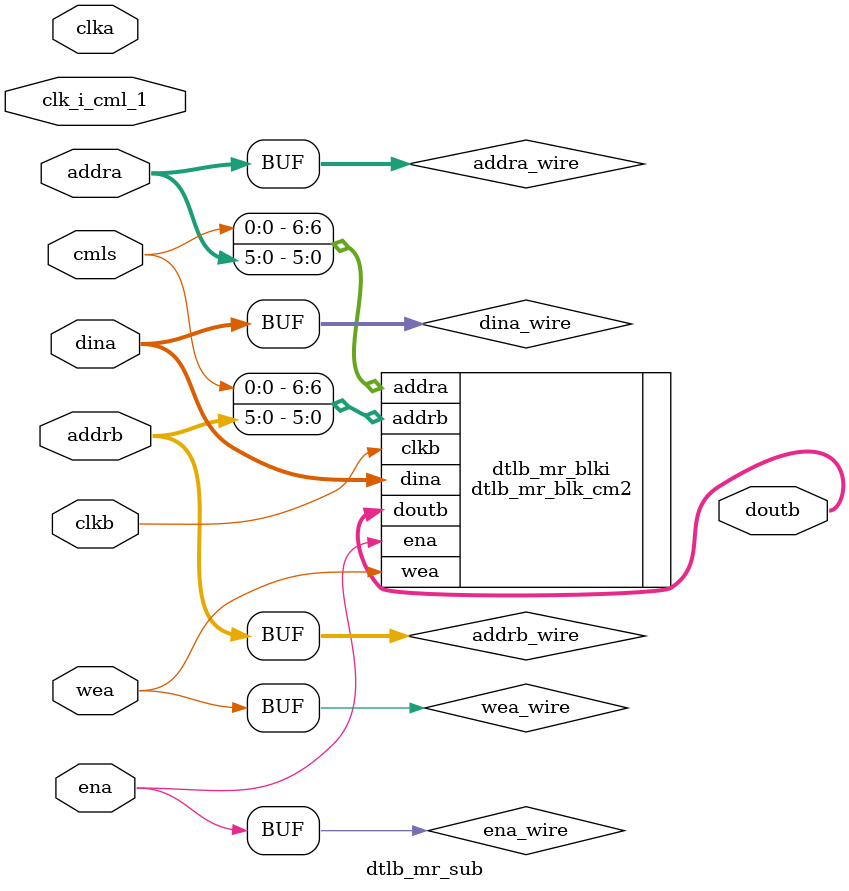
<source format=v>
/*******************************************************************************
*     This file is owned and controlled by Xilinx and must be used             *
*     solely for design, simulation, implementation and creation of            *
*     design files limited to Xilinx devices or technologies. Use              *
*     with non-Xilinx devices or technologies is expressly prohibited          *
*     and immediately terminates your license.                                 *
*                                                                              *
*     XILINX IS PROVIDING THIS DESIGN, CODE, OR INFORMATION "AS IS"            *
*     SOLELY FOR USE IN DEVELOPING PROGRAMS AND SOLUTIONS FOR                  *
*     XILINX DEVICES.  BY PROVIDING THIS DESIGN, CODE, OR INFORMATION          *
*     AS ONE POSSIBLE IMPLEMENTATION OF THIS FEATURE, APPLICATION              *
*     OR STANDARD, XILINX IS MAKING NO REPRESENTATION THAT THIS                *
*     IMPLEMENTATION IS FREE FROM ANY CLAIMS OF INFRINGEMENT,                  *
*     AND YOU ARE RESPONSIBLE FOR OBTAINING ANY RIGHTS YOU MAY REQUIRE         *
*     FOR YOUR IMPLEMENTATION.  XILINX EXPRESSLY DISCLAIMS ANY                 *
*     WARRANTY WHATSOEVER WITH RESPECT TO THE ADEQUACY OF THE                  *
*     IMPLEMENTATION, INCLUDING BUT NOT LIMITED TO ANY WARRANTIES OR           *
*     REPRESENTATIONS THAT THIS IMPLEMENTATION IS FREE FROM CLAIMS OF          *
*     INFRINGEMENT, IMPLIED WARRANTIES OF MERCHANTABILITY AND FITNESS          *
*     FOR A PARTICULAR PURPOSE.                                                *
*                                                                              *
*     Xilinx products are not intended for use in life support                 *
*     appliances, devices, or systems. Use in such applications are            *
*     expressly prohibited.                                                    *
*                                                                              *
*     (c) Copyright 1995-2009 Xilinx, Inc.                                     *
*     All rights reserved.                                                     *
*******************************************************************************/
// The synthesis directives "translate_off/translate_on" specified below are
// supported by Xilinx, Mentor Graphics and Synplicity synthesis
// tools. Ensure they are correct for your synthesis tool(s).

// You must compile the wrapper file dtlb_mr_blk.v when simulating
// the core, dtlb_mr_blk. When compiling the wrapper file, be sure to
// reference the XilinxCoreLib Verilog simulation library. For detailed
// instructions, please refer to the "CORE Generator Help".

`timescale 1ns/1ps

module dtlb_mr_sub(
		clk_i_cml_1,
		cmls,
		
	clka,
	ena,
	wea,
	addra,
	dina,
	clkb,
	addrb,
	doutb);


input clk_i_cml_1;
input cmls;




input clka;
input ena;
input [0 : 0] wea;
input [5 : 0] addra;
input [13 : 0] dina;
input clkb;
input [5 : 0] addrb;
output [13 : 0] doutb;

wire ena_wire;
wire [0 : 0] wea_wire;
wire [5 : 0] addra_wire;
wire [13 : 0] dina_wire;
wire [5 : 0] addrb_wire;

assign ena_wire = ena;
assign wea_wire = wea;
assign addra_wire = addra;
assign dina_wire = dina;
assign addrb_wire = addrb;

dtlb_mr_blk_cm2 dtlb_mr_blki(
//BUG HERE
/*.clka(clka),*/
	
	.ena(ena_wire),
	.wea(wea_wire),
	.addra({cmls, addra_wire}),
	.dina(dina_wire),
	.clkb(clkb),
	.addrb({cmls, addrb_wire}),
	.doutb(doutb));

endmodule



</source>
